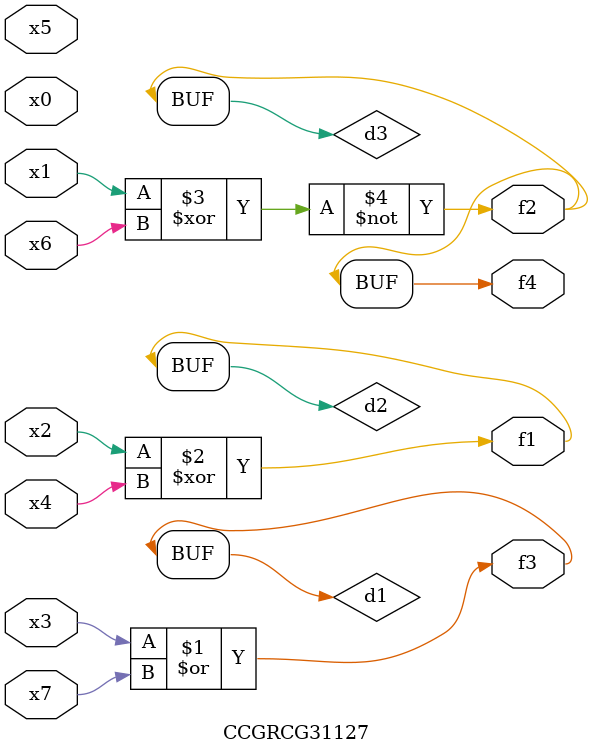
<source format=v>
module CCGRCG31127(
	input x0, x1, x2, x3, x4, x5, x6, x7,
	output f1, f2, f3, f4
);

	wire d1, d2, d3;

	or (d1, x3, x7);
	xor (d2, x2, x4);
	xnor (d3, x1, x6);
	assign f1 = d2;
	assign f2 = d3;
	assign f3 = d1;
	assign f4 = d3;
endmodule

</source>
